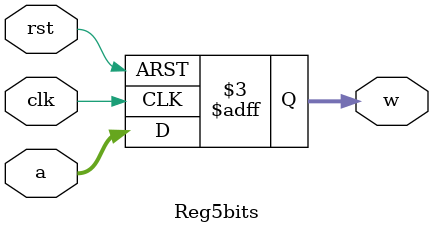
<source format=v>
module Reg5bits(clk, rst, a, w);
	input [4:0] a;
	input clk, rst;
	output reg [4:0] w;
	always @(posedge clk, posedge rst)
	begin
		if(rst == 1) w = 5'b0;
		else w <= a;
	end
endmodule

</source>
